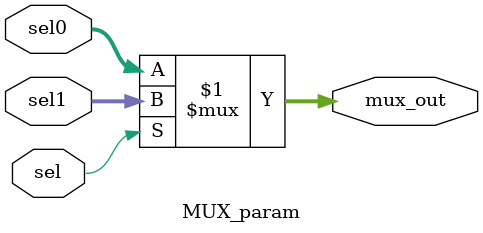
<source format=sv>
`timescale 1ns / 1ps


module MUX_param #(parameter N = 4) (
    input logic [N-1:0] sel0,
    input logic [N-1:0] sel1,
    input logic sel,
    output logic [N-1:0] mux_out
    );

    assign mux_out = sel ? sel1 : sel0;

endmodule

</source>
